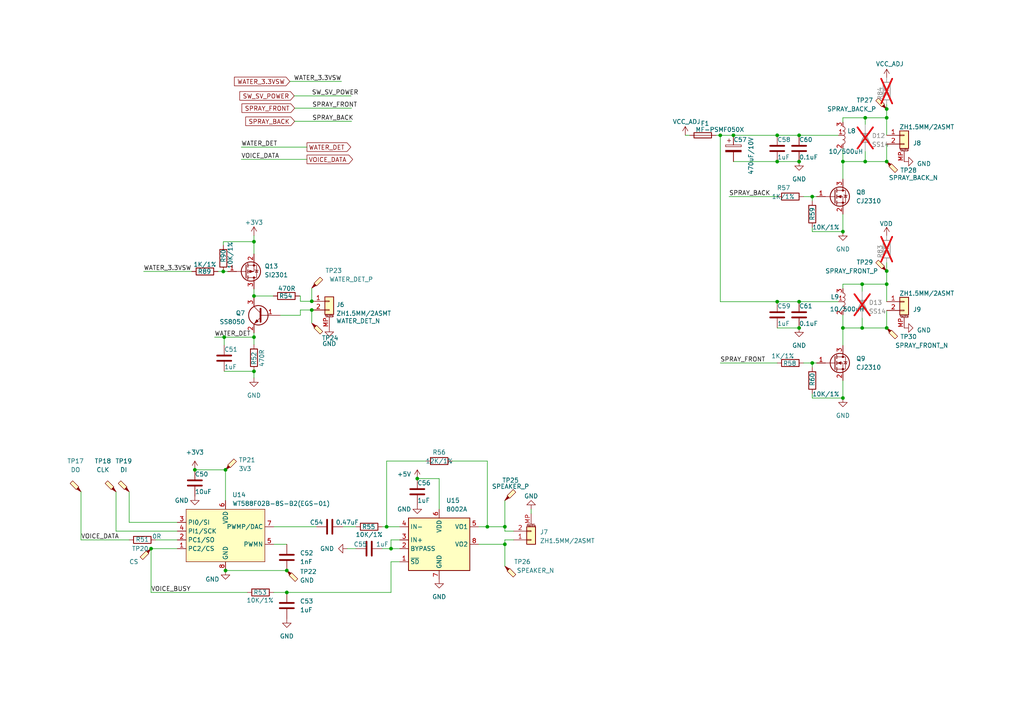
<source format=kicad_sch>
(kicad_sch (version 20231120) (generator "eeschema") (generator_version "8.0")
  (paper "A4")
  (title_block (company "Ovobot"))
  (lib_symbols
    (symbol "Connector:TestPoint_Probe" (pin_numbers hide) (pin_names (offset 0.762) hide)
      (property "Reference" "TP" (at 1.651 5.842 0))
      (property "Value" "TestPoint_Probe" (at 1.651 4.064 0))
      (symbol "TestPoint_Probe_0_1"
        (polyline (pts (xy 1.27 0.762) (xy 0 0) (xy 0.762 1.27) (xy 1.27 0.762)) (fill (type outline)))
        (polyline (pts (xy 1.397 0.635) (xy 0.635 1.397) (xy 2.413 3.175) (xy 3.175 2.413) (xy 1.397 0.635)) (fill (type background)))
      )
      (symbol "TestPoint_Probe_1_1"
        (pin passive line (at 0 0 90) (length 0) (name "1") (number "1"))
      )
    )
    (symbol "Connector_Generic_MountingPin:Conn_01x02_MountingPin" (pin_names (offset 1.016) hide)
      (property "Reference" "J" (at 0 2.54 0))
      (property "Value" "Conn_01x02_MountingPin" (at 1.27 -5.08 0))
      (symbol "Conn_01x02_MountingPin_1_1"
        (rectangle (start -1.27 -2.413) (end 0 -2.667) (stroke (width 0.1524)))
        (rectangle (start -1.27 0.127) (end 0 -0.127) (stroke (width 0.1524)))
        (rectangle (start -1.27 1.27) (end 1.27 -3.81) (stroke (width 0.254)) (fill (type background)))
        (polyline (pts (xy -1.016 -4.572) (xy 1.016 -4.572)) (stroke (width 0.1524)))
        (text "Mounting" (at 0 -4.191 0) (effects (font (size 0.381 0.381))))
        (pin passive line (at -5.08 0 0) (length 3.81) (name "Pin_1") (number "1"))
        (pin passive line (at -5.08 -2.54 0) (length 3.81) (name "Pin_2") (number "2"))
        (pin passive line (at 0 -7.62 90) (length 3.048) (name "MountPin") (number "MP"))
      )
    )
    (symbol "Device:C" (pin_numbers hide) (pin_names (offset 0.254))
      (property "Reference" "C" (at 0.635 2.54 0))
      (property "Value" "C" (at 0.635 -2.54 0))
      (symbol "C_0_1"
        (polyline (pts (xy -2.032 -0.762) (xy 2.032 -0.762)) (stroke (width 0.508)))
        (polyline (pts (xy -2.032 0.762) (xy 2.032 0.762)) (stroke (width 0.508)))
      )
      (symbol "C_1_1"
        (pin passive line (at 0 3.81 270) (length 2.794) (name "~") (number "1"))
        (pin passive line (at 0 -3.81 90) (length 2.794) (name "~") (number "2"))
      )
    )
    (symbol "Device:C_Polarized" (pin_numbers hide) (pin_names (offset 0.254))
      (property "Reference" "C" (at 0.635 2.54 0))
      (property "Value" "C_Polarized" (at 0.635 -2.54 0))
      (symbol "C_Polarized_0_1"
        (rectangle (start -2.286 0.508) (end 2.286 1.016))
        (polyline (pts (xy -1.778 2.286) (xy -0.762 2.286)))
        (polyline (pts (xy -1.27 2.794) (xy -1.27 1.778)))
        (rectangle (start 2.286 -0.508) (end -2.286 -1.016) (fill (type outline)))
      )
      (symbol "C_Polarized_1_1"
        (pin passive line (at 0 3.81 270) (length 2.794) (name "~") (number "1"))
        (pin passive line (at 0 -3.81 90) (length 2.794) (name "~") (number "2"))
      )
    )
    (symbol "Device:D" (pin_numbers hide) (pin_names (offset 1.016) hide)
      (property "Reference" "D" (at 0 2.54 0))
      (property "Value" "D" (at 0 -2.54 0))
      (symbol "D_0_1"
        (polyline (pts (xy -1.27 1.27) (xy -1.27 -1.27)) (stroke (width 0.254)))
        (polyline (pts (xy 1.27 0) (xy -1.27 0)))
        (polyline (pts (xy 1.27 1.27) (xy 1.27 -1.27) (xy -1.27 0) (xy 1.27 1.27)) (stroke (width 0.254)))
      )
      (symbol "D_1_1"
        (pin passive line (at -3.81 0 0) (length 2.54) (name "K") (number "1"))
        (pin passive line (at 3.81 0 180) (length 2.54) (name "A") (number "2"))
      )
    )
    (symbol "Device:Fuse" (pin_numbers hide) (pin_names (offset 0))
      (property "Reference" "F" (at 2.032 0 90))
      (property "Value" "Fuse" (at -1.905 0 90))
      (symbol "Fuse_0_1"
        (rectangle (start -0.762 -2.54) (end 0.762 2.54) (stroke (width 0.254)))
        (polyline (pts (xy 0 2.54) (xy 0 -2.54)))
      )
      (symbol "Fuse_1_1"
        (pin passive line (at 0 3.81 270) (length 1.27) (name "~") (number "1"))
        (pin passive line (at 0 -3.81 90) (length 1.27) (name "~") (number "2"))
      )
    )
    (symbol "Device:Q_NMOS_GSD" (pin_names (offset 0) hide)
      (property "Reference" "Q" (at 5.08 1.27 0))
      (property "Value" "Q_NMOS_GSD" (at 5.08 -1.27 0))
      (symbol "Q_NMOS_GSD_0_1"
        (polyline (pts (xy 0.254 0) (xy -2.54 0)))
        (polyline (pts (xy 0.254 1.905) (xy 0.254 -1.905)) (stroke (width 0.254)))
        (polyline (pts (xy 0.762 -1.27) (xy 0.762 -2.286)) (stroke (width 0.254)))
        (polyline (pts (xy 0.762 0.508) (xy 0.762 -0.508)) (stroke (width 0.254)))
        (polyline (pts (xy 0.762 2.286) (xy 0.762 1.27)) (stroke (width 0.254)))
        (polyline (pts (xy 2.54 2.54) (xy 2.54 1.778)))
        (polyline (pts (xy 2.54 -2.54) (xy 2.54 0) (xy 0.762 0)))
        (polyline (pts (xy 0.762 -1.778) (xy 3.302 -1.778) (xy 3.302 1.778) (xy 0.762 1.778)))
        (polyline (pts (xy 1.016 0) (xy 2.032 0.381) (xy 2.032 -0.381) (xy 1.016 0)) (fill (type outline)))
        (polyline (pts (xy 2.794 0.508) (xy 2.921 0.381) (xy 3.683 0.381) (xy 3.81 0.254)))
        (polyline (pts (xy 3.302 0.381) (xy 2.921 -0.254) (xy 3.683 -0.254) (xy 3.302 0.381)))
        (circle (center 1.651 0) (radius 2.794) (stroke (width 0.254)))
        (circle (center 2.54 -1.778) (radius 0.254) (fill (type outline)))
        (circle (center 2.54 1.778) (radius 0.254) (fill (type outline)))
      )
      (symbol "Q_NMOS_GSD_1_1"
        (pin input line (at -5.08 0 0) (length 2.54) (name "G") (number "1"))
        (pin passive line (at 2.54 -5.08 90) (length 2.54) (name "S") (number "2"))
        (pin passive line (at 2.54 5.08 270) (length 2.54) (name "D") (number "3"))
      )
    )
    (symbol "Device:Q_NPN_BEC" (pin_names (offset 0) hide)
      (property "Reference" "Q" (at 5.08 1.27 0))
      (property "Value" "Q_NPN_BEC" (at 5.08 -1.27 0))
      (symbol "Q_NPN_BEC_0_1"
        (polyline (pts (xy 0.635 0.635) (xy 2.54 2.54)))
        (polyline (pts (xy 0.635 -0.635) (xy 2.54 -2.54) (xy 2.54 -2.54)))
        (polyline (pts (xy 0.635 1.905) (xy 0.635 -1.905) (xy 0.635 -1.905)) (stroke (width 0.508)))
        (polyline (pts (xy 1.27 -1.778) (xy 1.778 -1.27) (xy 2.286 -2.286) (xy 1.27 -1.778) (xy 1.27 -1.778)) (fill (type outline)))
        (circle (center 1.27 0) (radius 2.8194) (stroke (width 0.254)))
      )
      (symbol "Q_NPN_BEC_1_1"
        (pin input line (at -5.08 0 0) (length 5.715) (name "B") (number "1"))
        (pin passive line (at 2.54 -5.08 90) (length 2.54) (name "E") (number "2"))
        (pin passive line (at 2.54 5.08 270) (length 2.54) (name "C") (number "3"))
      )
    )
    (symbol "Device:Q_PMOS_GSD" (pin_names (offset 0) hide)
      (property "Reference" "Q" (at 5.08 1.27 0))
      (property "Value" "Q_PMOS_GSD" (at 5.08 -1.27 0))
      (symbol "Q_PMOS_GSD_0_1"
        (polyline (pts (xy 0.254 0) (xy -2.54 0)))
        (polyline (pts (xy 0.254 1.905) (xy 0.254 -1.905)) (stroke (width 0.254)))
        (polyline (pts (xy 0.762 -1.27) (xy 0.762 -2.286)) (stroke (width 0.254)))
        (polyline (pts (xy 0.762 0.508) (xy 0.762 -0.508)) (stroke (width 0.254)))
        (polyline (pts (xy 0.762 2.286) (xy 0.762 1.27)) (stroke (width 0.254)))
        (polyline (pts (xy 2.54 2.54) (xy 2.54 1.778)))
        (polyline (pts (xy 2.54 -2.54) (xy 2.54 0) (xy 0.762 0)))
        (polyline (pts (xy 0.762 1.778) (xy 3.302 1.778) (xy 3.302 -1.778) (xy 0.762 -1.778)))
        (polyline (pts (xy 2.286 0) (xy 1.27 0.381) (xy 1.27 -0.381) (xy 2.286 0)) (fill (type outline)))
        (polyline (pts (xy 2.794 -0.508) (xy 2.921 -0.381) (xy 3.683 -0.381) (xy 3.81 -0.254)))
        (polyline (pts (xy 3.302 -0.381) (xy 2.921 0.254) (xy 3.683 0.254) (xy 3.302 -0.381)))
        (circle (center 1.651 0) (radius 2.794) (stroke (width 0.254)))
        (circle (center 2.54 -1.778) (radius 0.254) (fill (type outline)))
        (circle (center 2.54 1.778) (radius 0.254) (fill (type outline)))
      )
      (symbol "Q_PMOS_GSD_1_1"
        (pin input line (at -5.08 0 0) (length 2.54) (name "G") (number "1"))
        (pin passive line (at 2.54 -5.08 90) (length 2.54) (name "S") (number "2"))
        (pin passive line (at 2.54 5.08 270) (length 2.54) (name "D") (number "3"))
      )
    )
    (symbol "Device:R" (pin_numbers hide) (pin_names (offset 0))
      (property "Reference" "R" (at 2.032 0 90))
      (property "Value" "R" (at 0 0 90))
      (symbol "R_0_1"
        (rectangle (start -1.016 -2.54) (end 1.016 2.54) (stroke (width 0.254)))
      )
      (symbol "R_1_1"
        (pin passive line (at 0 3.81 270) (length 1.27) (name "~") (number "1"))
        (pin passive line (at 0 -3.81 90) (length 1.27) (name "~") (number "2"))
      )
    )
    (symbol "GND_5" (power) (pin_names (offset 0))
      (property "Value" "GND_5" (at 0 -3.81 0))
      (symbol "GND_5_0_1"
        (polyline (pts (xy 0 0) (xy 0 -1.27) (xy 1.27 -1.27) (xy 0 -2.54) (xy -1.27 -1.27) (xy 0 -1.27)))
      )
      (symbol "GND_5_1_1"
        (pin power_in line (at 0 0 270) (length 0) hide (name "GND") (number "1"))
      )
    )
    (symbol "Ovo_Amplifier:8002A"
      (property "Reference" "U" (at -8.89 11.43 0))
      (property "Value" "8002A" (at -8.89 8.89 0))
      (symbol "8002A_0_1"
        (rectangle (start -8.89 7.62) (end 8.89 -7.62) (stroke (width 0.254)) (fill (type background)))
      )
      (symbol "8002A_1_1"
        (pin input line (at -11.43 -5.08 0) (length 2.54) (name "~{SD}") (number "1"))
        (pin input line (at -11.43 -1.27 0) (length 2.54) (name "BYPASS") (number "2"))
        (pin input line (at -11.43 1.27 0) (length 2.54) (name "IN+") (number "3"))
        (pin input line (at -11.43 5.08 0) (length 2.54) (name "IN-") (number "4"))
        (pin output line (at 11.43 5.08 180) (length 2.54) (name "VO1") (number "5"))
        (pin power_in line (at 0 10.16 270) (length 2.54) (name "VDD") (number "6"))
        (pin power_in line (at 0 -10.16 90) (length 2.54) (name "GND") (number "7"))
        (pin output line (at 11.43 0 180) (length 2.54) (name "VO2") (number "8"))
      )
    )
    (symbol "Ovo_Audio:WT588F02B-8S"
      (property "Reference" "U" (at 3.81 11.43 0))
      (property "Value" "WT588F02B-8S" (at 10.16 8.89 0))
      (symbol "WT588F02B-8S_0_1"
        (rectangle (start -11.43 7.62) (end 11.43 -7.62) (fill (type background)))
      )
      (symbol "WT588F02B-8S_1_1"
        (pin bidirectional line (at -13.97 -3.81 0) (length 2.54) (name "PC2/CS") (number "1"))
        (pin bidirectional line (at -13.97 -1.27 0) (length 2.54) (name "PC1/SO") (number "2"))
        (pin bidirectional line (at -13.97 3.81 0) (length 2.54) (name "PI0/SI") (number "3"))
        (pin bidirectional line (at -13.97 1.27 0) (length 2.54) (name "PI1/SCK") (number "4"))
        (pin output line (at 13.97 -2.54 180) (length 2.54) (name "PWMN") (number "5"))
        (pin power_in line (at 0 10.16 270) (length 2.54) (name "VDD") (number "6"))
        (pin output line (at 13.97 2.54 180) (length 2.54) (name "PWMP/DAC") (number "7"))
        (pin power_in line (at 0 -10.16 90) (length 2.54) (name "GND") (number "8"))
      )
    )
    (symbol "Ovo_Device:L_Coupled_1213" (pin_names hide)
      (property "Reference" "L" (at 2.54 2.54 0))
      (property "Value" "L_Coupled_1213" (at 10.16 0 0))
      (symbol "L_Coupled_1213_0_1"
        (arc (start 0 -2.54) (mid 0.6323 -1.905) (end 0 -1.27))
        (arc (start 0 -1.27) (mid 0.6323 -0.635) (end 0 0))
        (arc (start 0 0) (mid 0.6323 0.635) (end 0 1.27))
        (arc (start 0 1.27) (mid 0.6323 1.905) (end 0 2.54))
      )
      (symbol "L_Coupled_1213_1_1"
        (pin passive line (at -1.27 0 0) (length 1.27) (name "1") (number "1"))
        (pin passive line (at 0 -3.81 90) (length 1.27) (name "2") (number "2"))
        (pin passive line (at 0 3.81 270) (length 1.27) (name "3") (number "3"))
      )
    )
    (symbol "power:+3V3" (power) (pin_names (offset 0))
      (property "Value" "+3V3" (at 0 3.556 0))
      (symbol "+3V3_0_1"
        (polyline (pts (xy -0.762 1.27) (xy 0 2.54)))
        (polyline (pts (xy 0 0) (xy 0 2.54)))
        (polyline (pts (xy 0 2.54) (xy 0.762 1.27)))
      )
      (symbol "+3V3_1_1"
        (pin power_in line (at 0 0 90) (length 0) hide (name "+3V3") (number "1"))
      )
    )
    (symbol "power:+5V" (power) (pin_names (offset 0))
      (property "Value" "+5V" (at 0 3.556 0))
      (symbol "+5V_0_1"
        (polyline (pts (xy -0.762 1.27) (xy 0 2.54)))
        (polyline (pts (xy 0 0) (xy 0 2.54)))
        (polyline (pts (xy 0 2.54) (xy 0.762 1.27)))
      )
      (symbol "+5V_1_1"
        (pin power_in line (at 0 0 90) (length 0) hide (name "+5V") (number "1"))
      )
    )
    (symbol "power:+6V" (power) (pin_names (offset 0))
      (property "Value" "+6V" (at 0 3.556 0))
      (symbol "+6V_0_1"
        (polyline (pts (xy -0.762 1.27) (xy 0 2.54)))
        (polyline (pts (xy 0 0) (xy 0 2.54)))
        (polyline (pts (xy 0 2.54) (xy 0.762 1.27)))
      )
      (symbol "+6V_1_1"
        (pin power_in line (at 0 0 90) (length 0) hide (name "+6V") (number "1"))
      )
    )
    (symbol "power:GND" (power) (pin_names (offset 0))
      (property "Value" "GND" (at 0 -3.81 0))
      (symbol "GND_0_1"
        (polyline (pts (xy 0 0) (xy 0 -1.27) (xy 1.27 -1.27) (xy 0 -2.54) (xy -1.27 -1.27) (xy 0 -1.27)))
      )
      (symbol "GND_1_1"
        (pin power_in line (at 0 0 270) (length 0) hide (name "GND") (number "1"))
      )
    )
    (symbol "power:VDD" (power) (pin_names (offset 0))
      (property "Value" "VDD" (at 0 3.81 0))
      (symbol "VDD_0_1"
        (polyline (pts (xy -0.762 1.27) (xy 0 2.54)))
        (polyline (pts (xy 0 0) (xy 0 2.54)))
        (polyline (pts (xy 0 2.54) (xy 0.762 1.27)))
      )
      (symbol "VDD_1_1"
        (pin power_in line (at 0 0 90) (length 0) hide (name "VDD") (number "1"))
      )
    )
  )
  (junction (at 64.77 78.74))
  (junction (at 83.185 171.831))
  (junction (at 257.175 78.613))
  (junction (at 257.175 46.863))
  (junction (at 257.175 31.623))
  (junction (at 90.424 89.916))
  (junction (at 208.915 39.243))
  (junction (at 43.815 159.131))
  (junction (at 83.185 165.481))
  (junction (at 250.063 95.123))
  (junction (at 212.725 39.243))
  (junction (at 73.66 107.696))
  (junction (at 250.063 82.423))
  (junction (at 244.475 115.443))
  (junction (at 225.425 46.863))
  (junction (at 231.775 95.123))
  (junction (at 73.66 97.79))
  (junction (at 65.024 97.79))
  (junction (at 235.585 105.283))
  (junction (at 73.66 70.104))
  (junction (at 90.424 87.376))
  (junction (at 257.175 95.123))
  (junction (at 65.405 165.481))
  (junction (at 56.515 136.271))
  (junction (at 146.431 157.861))
  (junction (at 141.351 152.781))
  (junction (at 250.952 34.163))
  (junction (at 113.411 159.131))
  (junction (at 73.66 85.852))
  (junction (at 65.405 136.271))
  (junction (at 225.425 87.503))
  (junction (at 235.585 57.023))
  (junction (at 244.475 46.863))
  (junction (at 257.175 34.163))
  (junction (at 146.431 152.781))
  (junction (at 112.141 152.781))
  (junction (at 244.475 95.123))
  (junction (at 231.775 39.243))
  (junction (at 231.775 46.863))
  (junction (at 244.475 67.183))
  (junction (at 250.952 46.863))
  (junction (at 257.175 82.423))
  (junction (at 225.425 39.243))
  (junction (at 121.031 138.811))
  (junction (at 231.775 87.503))
  (wire (pts (xy 225.425 46.863) (xy 231.775 46.863)))
  (wire (pts (xy 87.122 87.376) (xy 87.122 85.852)))
  (wire (pts (xy 121.031 138.811) (xy 127.381 138.811)))
  (wire (pts (xy 69.977 42.672) (xy 89.027 42.672)))
  (wire (pts (xy 244.475 91.313) (xy 244.475 95.123)))
  (wire (pts (xy 110.871 152.781) (xy 112.141 152.781)))
  (wire (pts (xy 257.175 76.073) (xy 257.175 78.613)))
  (wire (pts (xy 113.411 171.831) (xy 83.185 171.831)))
  (wire (pts (xy 233.045 57.023) (xy 235.585 57.023)))
  (wire (pts (xy 79.248 85.852) (xy 73.66 85.852)))
  (wire (pts (xy 244.475 82.423) (xy 250.063 82.423)))
  (wire (pts (xy 87.122 85.852) (xy 86.868 85.852)))
  (wire (pts (xy 85.471 35.179) (xy 101.981 35.179)))
  (wire (pts (xy 79.375 152.781) (xy 91.821 152.781)))
  (wire (pts (xy 113.411 162.941) (xy 115.951 162.941)))
  (wire (pts (xy 65.024 107.696) (xy 73.66 107.696)))
  (wire (pts (xy 207.645 39.243) (xy 208.915 39.243)))
  (wire (pts (xy 257.175 95.123) (xy 250.063 95.123)))
  (wire (pts (xy 146.431 154.051) (xy 148.971 154.051)))
  (wire (pts (xy 64.77 70.104) (xy 73.66 70.104)))
  (wire (pts (xy 244.475 115.443) (xy 244.475 110.363)))
  (wire (pts (xy 65.405 136.271) (xy 65.405 145.161)))
  (wire (pts (xy 225.425 39.243) (xy 231.775 39.243)))
  (wire (pts (xy 112.141 133.731) (xy 112.141 152.781)))
  (wire (pts (xy 244.475 34.163) (xy 244.475 35.433)))
  (wire (pts (xy 113.411 156.591) (xy 113.411 159.131)))
  (wire (pts (xy 113.411 159.131) (xy 115.951 159.131)))
  (wire (pts (xy 250.063 82.423) (xy 257.175 82.423)))
  (wire (pts (xy 235.585 115.443) (xy 235.585 114.173)))
  (wire (pts (xy 65.405 165.481) (xy 83.185 165.481)))
  (wire (pts (xy 73.66 68.326) (xy 73.66 70.104)))
  (wire (pts (xy 73.66 96.52) (xy 73.66 97.79)))
  (wire (pts (xy 146.431 154.051) (xy 146.431 152.781)))
  (wire (pts (xy 225.425 87.503) (xy 231.775 87.503)))
  (wire (pts (xy 127.381 138.811) (xy 127.381 147.701)))
  (wire (pts (xy 45.085 156.591) (xy 51.435 156.591)))
  (wire (pts (xy 212.725 39.243) (xy 225.425 39.243)))
  (wire (pts (xy 233.045 105.283) (xy 235.585 105.283)))
  (wire (pts (xy 123.571 133.731) (xy 112.141 133.731)))
  (wire (pts (xy 23.495 142.621) (xy 23.495 156.591)))
  (wire (pts (xy 146.431 157.861) (xy 146.431 156.591)))
  (wire (pts (xy 257.175 41.783) (xy 257.175 46.863)))
  (wire (pts (xy 115.951 156.591) (xy 113.411 156.591)))
  (wire (pts (xy 79.375 171.831) (xy 83.185 171.831)))
  (wire (pts (xy 103.251 159.131) (xy 100.711 159.131)))
  (wire (pts (xy 244.475 34.163) (xy 250.952 34.163)))
  (wire (pts (xy 73.66 97.79) (xy 73.66 99.949)))
  (wire (pts (xy 23.495 156.591) (xy 37.465 156.591)))
  (wire (pts (xy 73.66 107.696) (xy 73.66 109.601)))
  (wire (pts (xy 90.424 83.566) (xy 90.424 87.376)))
  (wire (pts (xy 73.66 85.852) (xy 73.66 86.36)))
  (wire (pts (xy 231.775 39.243) (xy 243.205 39.243)))
  (wire (pts (xy 257.175 31.623) (xy 257.175 34.163)))
  (wire (pts (xy 84.074 23.622) (xy 99.06 23.622)))
  (wire (pts (xy 141.351 152.781) (xy 138.811 152.781)))
  (wire (pts (xy 250.063 95.123) (xy 244.475 95.123)))
  (wire (pts (xy 131.191 133.731) (xy 141.351 133.731)))
  (wire (pts (xy 71.755 171.831) (xy 43.815 171.831)))
  (wire (pts (xy 244.475 115.443) (xy 235.585 115.443)))
  (wire (pts (xy 235.585 105.283) (xy 236.855 105.283)))
  (wire (pts (xy 244.475 46.863) (xy 244.475 51.943)))
  (wire (pts (xy 87.122 91.44) (xy 81.28 91.44)))
  (wire (pts (xy 257.175 78.613) (xy 257.175 82.423)))
  (wire (pts (xy 146.431 145.161) (xy 146.431 152.781)))
  (wire (pts (xy 65.024 100.076) (xy 65.024 97.79)))
  (wire (pts (xy 212.725 46.863) (xy 225.425 46.863)))
  (wire (pts (xy 250.952 34.163) (xy 257.175 34.163)))
  (wire (pts (xy 257.175 82.423) (xy 257.175 87.503)))
  (wire (pts (xy 211.455 57.023) (xy 225.425 57.023)))
  (wire (pts (xy 87.122 89.916) (xy 90.424 89.916)))
  (wire (pts (xy 235.585 57.023) (xy 235.585 58.293)))
  (wire (pts (xy 244.475 43.053) (xy 244.475 46.863)))
  (wire (pts (xy 257.175 90.043) (xy 257.175 95.123)))
  (wire (pts (xy 110.871 159.131) (xy 113.411 159.131)))
  (wire (pts (xy 69.977 46.228) (xy 89.027 46.228)))
  (wire (pts (xy 43.815 171.831) (xy 43.815 159.131)))
  (wire (pts (xy 41.656 78.74) (xy 55.626 78.74)))
  (wire (pts (xy 250.952 46.863) (xy 244.475 46.863)))
  (wire (pts (xy 208.915 39.243) (xy 212.725 39.243)))
  (wire (pts (xy 250.063 92.202) (xy 250.063 95.123)))
  (wire (pts (xy 146.431 157.861) (xy 146.431 164.211)))
  (wire (pts (xy 99.441 152.781) (xy 103.251 152.781)))
  (wire (pts (xy 154.051 148.971) (xy 154.051 147.701)))
  (wire (pts (xy 37.465 142.621) (xy 37.465 151.511)))
  (wire (pts (xy 235.585 57.023) (xy 236.855 57.023)))
  (wire (pts (xy 65.024 97.79) (xy 73.66 97.79)))
  (wire (pts (xy 208.915 39.243) (xy 208.915 87.503)))
  (wire (pts (xy 43.815 159.131) (xy 51.435 159.131)))
  (wire (pts (xy 244.475 67.183) (xy 244.475 62.103)))
  (wire (pts (xy 64.77 78.74) (xy 66.04 78.74)))
  (wire (pts (xy 90.424 87.376) (xy 87.122 87.376)))
  (wire (pts (xy 90.424 89.916) (xy 90.424 93.726)))
  (wire (pts (xy 257.175 30.226) (xy 257.175 31.623)))
  (wire (pts (xy 244.475 95.123) (xy 244.475 100.203)))
  (wire (pts (xy 85.471 31.369) (xy 101.981 31.369)))
  (wire (pts (xy 112.141 152.781) (xy 115.951 152.781)))
  (wire (pts (xy 73.66 83.82) (xy 73.66 85.852)))
  (wire (pts (xy 73.66 70.104) (xy 73.66 73.66)))
  (wire (pts (xy 63.246 78.74) (xy 64.77 78.74)))
  (wire (pts (xy 33.655 154.051) (xy 51.435 154.051)))
  (wire (pts (xy 83.185 157.861) (xy 79.375 157.861)))
  (wire (pts (xy 250.952 43.815) (xy 250.952 46.863)))
  (wire (pts (xy 244.475 67.183) (xy 235.585 67.183)))
  (wire (pts (xy 141.351 133.731) (xy 141.351 152.781)))
  (wire (pts (xy 244.475 82.423) (xy 244.475 83.693)))
  (wire (pts (xy 113.411 171.831) (xy 113.411 162.941)))
  (wire (pts (xy 73.66 107.569) (xy 73.66 107.696)))
  (wire (pts (xy 37.465 151.511) (xy 51.435 151.511)))
  (wire (pts (xy 141.351 152.781) (xy 146.431 152.781)))
  (wire (pts (xy 56.515 136.271) (xy 65.405 136.271)))
  (wire (pts (xy 146.431 156.591) (xy 148.971 156.591)))
  (wire (pts (xy 208.915 105.283) (xy 225.425 105.283)))
  (wire (pts (xy 235.585 105.283) (xy 235.585 106.553)))
  (wire (pts (xy 225.425 95.123) (xy 231.775 95.123)))
  (wire (pts (xy 33.655 142.621) (xy 33.655 154.051)))
  (wire (pts (xy 257.175 34.163) (xy 257.175 39.243)))
  (wire (pts (xy 138.811 157.861) (xy 146.431 157.861)))
  (wire (pts (xy 198.755 39.243) (xy 200.025 39.243)))
  (wire (pts (xy 62.23 97.79) (xy 65.024 97.79)))
  (wire (pts (xy 64.77 71.12) (xy 64.77 70.104)))
  (wire (pts (xy 231.775 87.503) (xy 243.205 87.503)))
  (wire (pts (xy 250.952 34.163) (xy 250.952 36.195)))
  (wire (pts (xy 85.344 27.813) (xy 101.854 27.813)))
  (wire (pts (xy 208.915 87.503) (xy 225.425 87.503)))
  (wire (pts (xy 250.063 84.582) (xy 250.063 82.423)))
  (wire (pts (xy 87.122 89.916) (xy 87.122 91.44)))
  (wire (pts (xy 257.175 46.863) (xy 250.952 46.863)))
  (wire (pts (xy 235.585 67.183) (xy 235.585 65.913)))
  (label "SPRAY_BACK" (at 211.455 57.023 0))
  (label "VOICE_BUSY" (at 43.815 171.831 0))
  (label "WATER_DET" (at 69.977 42.672 0))
  (label "WATER_3.3VSW" (at 99.06 23.622 180))
  (label "VOICE_DATA" (at 23.495 156.591 0))
  (label "SW_SV_POWER" (at 90.424 27.813 0))
  (label "WATER_3.3VSW" (at 41.656 78.74 0))
  (label "SPRAY_FRONT" (at 90.551 31.369 0))
  (label "WATER_DET" (at 62.23 97.79 0))
  (label "VOICE_DATA" (at 69.977 46.228 0))
  (label "SPRAY_BACK" (at 90.551 35.179 0))
  (label "SPRAY_FRONT" (at 208.915 105.283 0))
  (global_label "WATER_DET" (shape output) (at 89.027 42.672 0) (property "Intersheetrefs" "${INTERSHEET_REFS}" (effects (hide yes))))
  (global_label "SPRAY_FRONT" (shape input) (at 85.471 31.369 180) (property "Intersheetrefs" "${INTERSHEET_REFS}" (effects (hide yes))))
  (global_label "WATER_3.3VSW" (shape input) (at 84.074 23.622 180) (property "Intersheetrefs" "${INTERSHEET_REFS}" (effects (hide yes))))
  (global_label "SW_SV_POWER" (shape input) (at 85.344 27.813 180) (property "Intersheetrefs" "${INTERSHEET_REFS}" (effects (hide yes))))
  (global_label "VOICE_DATA" (shape output) (at 89.027 46.228 0) (property "Intersheetrefs" "${INTERSHEET_REFS}" (effects (hide yes))))
  (global_label "SPRAY_BACK" (shape input) (at 85.471 35.179 180) (property "Intersheetrefs" "${INTERSHEET_REFS}" (effects (hide yes))))
  (symbol (lib_id "Connector:TestPoint_Probe") (at 257.175 31.623 90) (unit 1)
    (property "Reference" "TP27" (at 250.825 29.083 90))
    (property "Value" "SPRAY_BACK_P" (at 247.015 31.623 90))
    (property "Footprint" "TestPoint:TestPoint_Pad_D1.0mm" (effects (hide yes)))
  )
  (symbol (lib_id "power:GND") (at 83.185 179.451 0) (unit 1)
    (property "Reference" "#PWR095" (effects (hide yes)))
    (property "Value" "GND" (at 83.185 184.531 0))
  )
  (symbol (lib_id "power:GND") (at 56.515 143.891 0) (unit 1)
    (property "Reference" "#PWR091" (effects (hide yes)))
    (property "Value" "GND" (at 52.705 145.161 0))
  )
  (symbol (lib_id "Connector:TestPoint_Probe") (at 33.655 142.621 90) (unit 1)
    (property "Reference" "TP18" (at 29.845 133.731 90))
    (property "Value" "CLK" (at 29.845 136.271 90))
    (property "Footprint" "TestPoint:TestPoint_Pad_D1.0mm" (effects (hide yes)))
  )
  (symbol (lib_id "Device:Q_NPN_BEC") (at 76.2 91.44 0) (mirror y) (unit 1)
    (property "Reference" "Q7" (at 71.12 90.805 0) (effects (justify left)))
    (property "Value" "SS8050" (at 71.12 93.345 0) (effects (justify left)))
    (property "Footprint" "Package_TO_SOT_SMD:SOT-23" (effects (hide yes)))
  )
  (symbol (lib_id "power:VDD") (at 257.175 68.453 0) (unit 1)
    (property "Reference" "#PWR018" (effects (hide yes)))
    (property "Value" "VDD" (at 257.048 64.897 0))
  )
  (symbol (lib_id "Device:R") (at 257.175 26.416 180) (unit 1) (dnp yes)
    (property "Reference" "R84" (at 255.27 25.146 90) (effects (justify left)))
    (property "Value" "0R" (at 257.175 25.146 90) (effects (justify left)))
    (property "Footprint" "Resistor_SMD:R_0603_1608Metric" (effects (hide yes)))
  )
  (symbol (lib_id "Device:C") (at 95.631 152.781 90) (unit 1)
    (property "Reference" "C54" (at 91.821 151.511 90))
    (property "Value" "0.47uF" (at 100.711 151.511 90))
    (property "Footprint" "Capacitor_SMD:C_0603_1608Metric" (effects (hide yes)))
  )
  (symbol (lib_id "power:+6V") (at 257.175 22.606 0) (unit 1)
    (property "Reference" "#PWR0137" (effects (hide yes)))
    (property "Value" "VCC_ADJ" (at 254 18.542 0) (effects (justify left)))
  )
  (symbol (lib_id "power:GND") (at 127.381 168.021 0) (unit 1)
    (property "Reference" "#PWR0100" (effects (hide yes)))
    (property "Value" "GND" (at 127.381 173.101 0))
  )
  (symbol (lib_id "Device:C") (at 56.515 140.081 0) (unit 1)
    (property "Reference" "C50" (at 56.515 137.541 0) (effects (justify left)))
    (property "Value" "10uF" (at 56.515 142.621 0) (effects (justify left)))
    (property "Footprint" "Capacitor_SMD:C_0603_1608Metric" (effects (hide yes)))
  )
  (symbol (lib_id "power:+6V") (at 198.755 39.243 0) (unit 1)
    (property "Reference" "#PWR0102" (effects (hide yes)))
    (property "Value" "VCC_ADJ" (at 195.072 35.306 0) (effects (justify left)))
  )
  (symbol (lib_id "Device:D") (at 250.063 88.392 270) (unit 1) (dnp yes)
    (property "Reference" "D13" (at 251.968 87.757 90) (effects (justify left)))
    (property "Value" "SS14" (at 251.968 90.297 90) (effects (justify left)))
    (property "Footprint" "Diode_SMD:D_SOD-123" (effects (hide yes)))
  )
  (symbol (lib_id "Connector:TestPoint_Probe") (at 90.424 93.726 270) (unit 1)
    (property "Reference" "TP24" (at 95.758 98.044 90))
    (property "Value" "WATER_DET_N" (at 103.886 93.091 90))
    (property "Footprint" "TestPoint:TestPoint_Pad_D1.0mm" (effects (hide yes)))
  )
  (symbol (lib_id "Device:R") (at 235.585 62.103 0) (unit 1)
    (property "Reference" "R59" (at 235.585 64.008 90) (effects (justify left)))
    (property "Value" "10K/1%" (at 235.585 65.913 0) (effects (justify left)))
    (property "Footprint" "Resistor_SMD:R_0603_1608Metric" (effects (hide yes)))
  )
  (symbol (lib_id "Connector:TestPoint_Probe") (at 43.815 159.131 180) (unit 1)
    (property "Reference" "TP20" (at 38.227 159.131 0) (effects (justify right)))
    (property "Value" "CS" (at 37.465 162.941 0) (effects (justify right)))
    (property "Footprint" "TestPoint:TestPoint_Pad_D1.0mm" (effects (hide yes)))
  )
  (symbol (lib_id "Device:R") (at 229.235 57.023 90) (unit 1)
    (property "Reference" "R57" (at 229.235 54.483 90) (effects (justify left)))
    (property "Value" "1K/1%" (at 230.505 57.023 90) (effects (justify left)))
    (property "Footprint" "Resistor_SMD:R_0603_1608Metric" (effects (hide yes)))
  )
  (symbol (lib_id "Device:R") (at 41.275 156.591 90) (unit 1)
    (property "Reference" "R51" (at 41.275 156.464 90))
    (property "Value" "0R" (at 45.466 155.575 90))
    (property "Footprint" "Resistor_SMD:R_0603_1608Metric" (effects (hide yes)))
  )
  (symbol (lib_id "Connector:TestPoint_Probe") (at 146.431 164.211 270) (unit 1)
    (property "Reference" "TP26" (at 151.511 162.941 90))
    (property "Value" "SPEAKER_N" (at 155.321 165.481 90))
    (property "Footprint" "TestPoint:TestPoint_Pad_D1.0mm" (effects (hide yes)))
  )
  (symbol (lib_id "Device:D") (at 250.952 40.005 270) (unit 1) (dnp yes)
    (property "Reference" "D12" (at 252.857 39.37 90) (effects (justify left)))
    (property "Value" "SS14" (at 252.857 41.91 90) (effects (justify left)))
    (property "Footprint" "Diode_SMD:D_SOD-123" (effects (hide yes)))
  )
  (symbol (lib_id "Connector:TestPoint_Probe") (at 90.424 83.566 0) (unit 1)
    (property "Reference" "TP23" (at 96.774 78.486 0))
    (property "Value" "WATER_DET_P" (at 101.854 81.026 0))
    (property "Footprint" "TestPoint:TestPoint_Pad_D1.0mm" (effects (hide yes)))
  )
  (symbol (lib_id "power:GND") (at 73.66 109.601 0) (unit 1)
    (property "Reference" "#PWR093" (effects (hide yes)))
    (property "Value" "GND" (at 73.66 114.681 0))
  )
  (symbol (lib_id "power:GND") (at 262.255 46.863 90) (unit 1)
    (property "Reference" "#PWR0107" (effects (hide yes)))
    (property "Value" "GND" (at 265.938 47.498 90) (effects (justify right)))
  )
  (symbol (lib_id "Device:C") (at 231.775 43.053 0) (unit 1)
    (property "Reference" "C60" (at 231.775 40.513 0) (effects (justify left)))
    (property "Value" "0.1uF" (at 231.775 45.593 0) (effects (justify left)))
    (property "Footprint" "Capacitor_SMD:C_0603_1608Metric" (effects (hide yes)))
  )
  (symbol (lib_id "Ovo_Device:L_Coupled_1213") (at 244.475 39.243 0) (unit 1)
    (property "Reference" "L8" (at 245.745 37.9729 0) (effects (justify left)))
    (property "Value" "10/500uH" (at 240.284 43.942 0) (effects (justify left)))
    (property "Footprint" "Ovo_Inductor_Boost:L_WLJ_CD0805" (effects (hide yes)))
  )
  (symbol (lib_id "Connector_Generic_MountingPin:Conn_01x02_MountingPin") (at 95.504 87.376 0) (unit 1)
    (property "Reference" "J6" (at 97.536 88.3666 0) (effects (justify left)))
    (property "Value" "ZH1.5MM/2ASMT" (at 97.536 90.9066 0) (effects (justify left)))
    (property "Footprint" "Ovo_Connector_JST:JST_ZH_B2B-ZR-SM4-TF_1x02-1MP_P1.50mm_Vertical" (effects (hide yes)))
  )
  (symbol (lib_id "Connector_Generic_MountingPin:Conn_01x02_MountingPin") (at 262.255 39.243 0) (unit 1)
    (property "Reference" "J8" (at 264.795 41.5036 0) (effects (justify left)))
    (property "Value" "ZH1.5MM/2ASMT" (at 260.858 36.83 0) (effects (justify left)))
    (property "Footprint" "Ovo_Connector_JST:JST_ZH_B2B-ZR-SM4-TF_1x02-1MP_P1.50mm_Vertical" (effects (hide yes)))
  )
  (symbol (lib_id "Device:C") (at 83.185 175.641 0) (unit 1)
    (property "Reference" "C53" (at 86.995 174.3709 0) (effects (justify left)))
    (property "Value" "1uF" (at 86.995 176.9109 0) (effects (justify left)))
    (property "Footprint" "Capacitor_SMD:C_0603_1608Metric" (effects (hide yes)))
  )
  (symbol (lib_id "Ovo_Amplifier:8002A") (at 127.381 157.861 0) (unit 1)
    (property "Reference" "U15" (at 129.4004 145.161 0) (effects (justify left)))
    (property "Value" "8002A" (at 129.4004 147.701 0) (effects (justify left)))
    (property "Footprint" "Package_SO:SOIC-8_3.9x4.9mm_P1.27mm" (effects (hide yes)))
    (property "Datasheet" "https://atta.szlcsc.com/upload/public/pdf/source/20170211/1486785664274.pdf" (effects (hide yes)))
  )
  (symbol (lib_id "power:GND") (at 262.255 95.123 90) (unit 1)
    (property "Reference" "#PWR0108" (effects (hide yes)))
    (property "Value" "GND" (at 265.938 95.758 90) (effects (justify right)))
  )
  (symbol (lib_id "Ovo_Audio:WT588F02B-8S") (at 65.405 155.321 0) (unit 1)
    (property "Reference" "U14" (at 67.3609 143.51 0) (effects (justify left)))
    (property "Value" "WT588F02B-8S-B2(EGS-01)" (at 67.3609 146.05 0) (effects (justify left)))
    (property "Footprint" "Package_SO:SOIC-8_3.9x4.9mm_P1.27mm" (effects (hide yes)))
  )
  (symbol (lib_id "Ovo_Device:L_Coupled_1213") (at 244.475 87.503 0) (unit 1)
    (property "Reference" "L9" (at 240.919 86.106 0) (effects (justify left)))
    (property "Value" "10/500uH" (at 240.665 89.662 0) (effects (justify left)))
    (property "Footprint" "Ovo_Inductor_Boost:L_WLJ_CD0805" (effects (hide yes)))
  )
  (symbol (lib_id "Device:R") (at 257.175 72.263 180) (unit 1) (dnp yes)
    (property "Reference" "R83" (at 255.27 70.993 90) (effects (justify left)))
    (property "Value" "0R" (at 257.175 70.993 90) (effects (justify left)))
    (property "Footprint" "Resistor_SMD:R_0603_1608Metric" (effects (hide yes)))
  )
  (symbol (lib_id "Connector:TestPoint_Probe") (at 257.175 46.863 270) (unit 1)
    (property "Reference" "TP28" (at 263.525 49.403 90))
    (property "Value" "SPRAY_BACK_N" (at 264.922 51.562 90))
    (property "Footprint" "TestPoint:TestPoint_Pad_D1.0mm" (effects (hide yes)))
  )
  (symbol (lib_id "Connector_Generic_MountingPin:Conn_01x02_MountingPin") (at 262.255 87.503 0) (unit 1)
    (property "Reference" "J9" (at 264.795 89.7636 0) (effects (justify left)))
    (property "Value" "ZH1.5MM/2ASMT" (at 260.858 85.09 0) (effects (justify left)))
    (property "Footprint" "Ovo_Connector_JST:JST_ZH_B2B-ZR-SM4-TF_1x02-1MP_P1.50mm_Vertical" (effects (hide yes)))
  )
  (symbol (lib_id "power:GND") (at 231.775 46.863 0) (unit 1)
    (property "Reference" "#PWR0103" (effects (hide yes)))
    (property "Value" "GND" (at 231.775 51.943 0))
  )
  (symbol (lib_id "Device:R") (at 83.058 85.852 90) (unit 1)
    (property "Reference" "R54" (at 84.836 85.852 90) (effects (justify left)))
    (property "Value" "470R" (at 85.725 83.693 90) (effects (justify left)))
    (property "Footprint" "Resistor_SMD:R_0603_1608Metric" (effects (hide yes)))
  )
  (symbol (lib_id "power:+3V3") (at 56.515 136.271 0) (unit 1)
    (property "Reference" "#PWR090" (effects (hide yes)))
    (property "Value" "+3V3" (at 56.515 131.191 0))
  )
  (symbol (lib_id "Connector:TestPoint_Probe") (at 257.175 78.613 90) (unit 1)
    (property "Reference" "TP29" (at 250.825 76.073 90))
    (property "Value" "SPRAY_FRONT_P" (at 247.015 78.613 90))
    (property "Footprint" "TestPoint:TestPoint_Pad_D1.0mm" (effects (hide yes)))
  )
  (symbol (lib_id "Device:C") (at 225.425 43.053 0) (unit 1)
    (property "Reference" "C58" (at 225.425 40.513 0) (effects (justify left)))
    (property "Value" "1uF" (at 225.425 45.593 0) (effects (justify left)))
    (property "Footprint" "Capacitor_SMD:C_0603_1608Metric" (effects (hide yes)))
  )
  (symbol (lib_id "Device:C") (at 231.775 91.313 0) (unit 1)
    (property "Reference" "C61" (at 231.775 88.773 0) (effects (justify left)))
    (property "Value" "0.1uF" (at 231.775 93.853 0) (effects (justify left)))
    (property "Footprint" "Capacitor_SMD:C_0603_1608Metric" (effects (hide yes)))
  )
  (symbol (lib_id "power:GND") (at 95.504 94.996 0) (unit 1)
    (property "Reference" "#PWR097" (effects (hide yes)))
    (property "Value" "GND" (at 95.504 99.695 0))
  )
  (symbol (lib_id "Device:Q_NMOS_GSD") (at 241.935 57.023 0) (unit 1)
    (property "Reference" "Q8" (at 248.285 55.7529 0) (effects (justify left)))
    (property "Value" "CJ2310" (at 248.285 58.2929 0) (effects (justify left)))
    (property "Footprint" "Package_TO_SOT_SMD:SOT-23" (effects (hide yes)))
  )
  (symbol (lib_id "Device:C_Polarized") (at 212.725 43.053 0) (unit 1)
    (property "Reference" "C57" (at 212.725 40.513 0) (effects (justify left)))
    (property "Value" "470uF/10V" (at 217.805 50.673 90) (effects (justify left)))
    (property "Footprint" "Capacitor_SMD:CP_Elec_6.3x7.7" (effects (hide yes)))
  )
  (symbol (lib_id "power:GND") (at 244.475 67.183 0) (unit 1)
    (property "Reference" "#PWR0105" (effects (hide yes)))
    (property "Value" "GND" (at 244.475 72.263 0))
  )
  (symbol (lib_id "Device:R") (at 127.381 133.731 90) (unit 1)
    (property "Reference" "R56" (at 127.381 131.191 90))
    (property "Value" "12K/1%" (at 127.381 133.731 90))
    (property "Footprint" "Resistor_SMD:R_0603_1608Metric" (effects (hide yes)))
  )
  (symbol (lib_id "Device:C") (at 83.185 161.671 0) (unit 1)
    (property "Reference" "C52" (at 86.995 160.4009 0) (effects (justify left)))
    (property "Value" "1nF" (at 86.995 162.9409 0) (effects (justify left)))
    (property "Footprint" "Capacitor_SMD:C_0603_1608Metric" (effects (hide yes)))
  )
  (symbol (lib_id "Device:R") (at 229.235 105.283 90) (unit 1)
    (property "Reference" "R58" (at 231.013 105.41 90) (effects (justify left)))
    (property "Value" "1K/1%" (at 230.378 103.251 90) (effects (justify left)))
    (property "Footprint" "Resistor_SMD:R_0603_1608Metric" (effects (hide yes)))
  )
  (symbol (lib_id "Device:R") (at 75.565 171.831 90) (unit 1)
    (property "Reference" "R53" (at 75.438 171.831 90))
    (property "Value" "10K/1%" (at 75.438 174.117 90))
    (property "Footprint" "Resistor_SMD:R_0603_1608Metric" (effects (hide yes)))
  )
  (symbol (lib_id "power:GND") (at 231.775 95.123 0) (unit 1)
    (property "Reference" "#PWR0104" (effects (hide yes)))
    (property "Value" "GND" (at 231.775 100.203 0))
  )
  (symbol (lib_id "power:GND") (at 65.405 165.481 0) (unit 1)
    (property "Reference" "#PWR092" (effects (hide yes)))
    (property "Value" "GND" (at 61.595 168.021 0))
  )
  (symbol (lib_id "Connector:TestPoint_Probe") (at 37.465 142.621 90) (unit 1)
    (property "Reference" "TP19" (at 35.8775 133.731 90))
    (property "Value" "DI" (at 35.8775 136.271 90))
    (property "Footprint" "TestPoint:TestPoint_Pad_D1.0mm" (effects (hide yes)))
  )
  (symbol (lib_id "power:GND") (at 244.475 115.443 0) (unit 1)
    (property "Reference" "#PWR0106" (effects (hide yes)))
    (property "Value" "GND" (at 244.475 120.523 0))
  )
  (symbol (lib_id "Connector:TestPoint_Probe") (at 23.495 142.621 90) (unit 1)
    (property "Reference" "TP17" (at 21.9075 133.731 90))
    (property "Value" "DO" (at 21.9075 136.271 90))
    (property "Footprint" "TestPoint:TestPoint_Pad_D1.0mm" (effects (hide yes)))
  )
  (symbol (lib_id "Connector:TestPoint_Probe") (at 257.175 95.123 270) (unit 1)
    (property "Reference" "TP30" (at 263.525 97.663 90))
    (property "Value" "SPRAY_FRONT_N" (at 267.335 100.203 90))
    (property "Footprint" "TestPoint:TestPoint_Pad_D1.0mm" (effects (hide yes)))
  )
  (symbol (lib_id "Device:R") (at 64.77 74.93 0) (unit 1)
    (property "Reference" "R90" (at 64.77 76.2 90) (effects (justify left)))
    (property "Value" "10K/1%" (at 66.802 77.978 90) (effects (justify left)))
    (property "Footprint" "Resistor_SMD:R_0603_1608Metric" (effects (hide yes)))
  )
  (symbol (lib_id "power:+5V") (at 121.031 138.811 0) (unit 1)
    (property "Reference" "#PWR098" (effects (hide yes)))
    (property "Value" "+5V" (at 117.221 137.541 0))
  )
  (symbol (lib_id "power:GND") (at 100.711 159.131 270) (unit 1)
    (property "Reference" "#PWR096" (effects (hide yes)))
    (property "Value" "GND" (at 96.901 159.1309 90) (effects (justify right)))
  )
  (symbol (lib_id "Connector:TestPoint_Probe") (at 146.431 145.161 0) (unit 1)
    (property "Reference" "TP25" (at 148.082 139.319 0))
    (property "Value" "SPEAKER_P" (at 148.082 141.097 0))
    (property "Footprint" "TestPoint:TestPoint_Pad_D1.0mm" (effects (hide yes)))
  )
  (symbol (lib_id "Device:Q_PMOS_GSD") (at 71.12 78.74 0) (mirror x) (unit 1)
    (property "Reference" "Q13" (at 76.708 77.216 0) (effects (justify left)))
    (property "Value" "SI2301" (at 76.708 79.756 0) (effects (justify left)))
    (property "Footprint" "Package_TO_SOT_SMD:SOT-23" (effects (hide yes)))
  )
  (symbol (lib_id "Device:Q_NMOS_GSD") (at 241.935 105.283 0) (unit 1)
    (property "Reference" "Q9" (at 248.285 104.0129 0) (effects (justify left)))
    (property "Value" "CJ2310" (at 248.285 106.5529 0) (effects (justify left)))
    (property "Footprint" "Package_TO_SOT_SMD:SOT-23" (effects (hide yes)))
  )
  (symbol (lib_id "Connector_Generic_MountingPin:Conn_01x02_MountingPin") (at 154.051 156.591 0) (mirror x) (unit 1)
    (property "Reference" "J7" (at 156.591 154.3304 0) (effects (justify left)))
    (property "Value" "ZH1.5MM/2ASMT" (at 156.591 156.8704 0) (effects (justify left)))
    (property "Footprint" "Ovo_Connector_JST:JST_ZH_B2B-ZR-SM4-TF_1x02-1MP_P1.50mm_Vertical" (effects (hide yes)))
  )
  (symbol (lib_id "Device:R") (at 107.061 152.781 90) (unit 1)
    (property "Reference" "R55" (at 106.934 152.781 90))
    (property "Value" "10K/1%" (at 107.061 155.067 90))
    (property "Footprint" "Resistor_SMD:R_0603_1608Metric" (effects (hide yes)))
  )
  (symbol (lib_id "Connector:TestPoint_Probe") (at 65.405 136.271 0) (unit 1)
    (property "Reference" "TP21" (at 69.215 133.4134 0) (effects (justify left)))
    (property "Value" "3V3" (at 69.215 135.9534 0) (effects (justify left)))
    (property "Footprint" "TestPoint:TestPoint_Pad_D1.0mm" (effects (hide yes)))
  )
  (symbol (lib_id "Device:C") (at 107.061 159.131 90) (unit 1)
    (property "Reference" "C55" (at 104.521 157.861 90))
    (property "Value" "1uF" (at 110.871 157.861 90))
    (property "Footprint" "Capacitor_SMD:C_0603_1608Metric" (effects (hide yes)))
  )
  (symbol (lib_id "Device:R") (at 73.66 103.759 0) (unit 1)
    (property "Reference" "R52" (at 73.66 105.918 90) (effects (justify left)))
    (property "Value" "470R" (at 75.946 106.426 90) (effects (justify left)))
    (property "Footprint" "Resistor_SMD:R_0603_1608Metric" (effects (hide yes)))
  )
  (symbol (lib_name "GND_5") (lib_id "power:GND") (at 154.051 147.701 180) (unit 1)
    (property "Reference" "#PWR0101" (effects (hide yes)))
    (property "Value" "GND" (at 154.051 143.891 0))
  )
  (symbol (lib_id "Device:R") (at 59.436 78.74 90) (unit 1)
    (property "Reference" "R89" (at 59.309 78.74 90))
    (property "Value" "1K/1%" (at 59.436 76.708 90))
    (property "Footprint" "Resistor_SMD:R_0603_1608Metric" (effects (hide yes)))
  )
  (symbol (lib_id "power:+3V3") (at 73.66 68.326 0) (unit 1)
    (property "Reference" "#PWR060" (effects (hide yes)))
    (property "Value" "+3V3" (at 73.66 64.516 0))
  )
  (symbol (lib_id "Device:C") (at 65.024 103.886 0) (unit 1)
    (property "Reference" "C51" (at 65.024 101.346 0) (effects (justify left)))
    (property "Value" "1uF" (at 65.024 106.426 0) (effects (justify left)))
    (property "Footprint" "Capacitor_SMD:C_0603_1608Metric" (effects (hide yes)))
  )
  (symbol (lib_id "Device:C") (at 121.031 142.621 0) (unit 1)
    (property "Reference" "C56" (at 121.031 140.081 0) (effects (justify left)))
    (property "Value" "1uF" (at 121.031 145.161 0) (effects (justify left)))
    (property "Footprint" "Capacitor_SMD:C_0603_1608Metric" (effects (hide yes)))
  )
  (symbol (lib_id "Device:Fuse") (at 203.835 39.243 90) (unit 1)
    (property "Reference" "F1" (at 204.47 35.814 90))
    (property "Value" "MF-PSMF050X" (at 208.788 37.592 90))
    (property "Footprint" "Fuse:Fuse_0805_2012Metric" (effects (hide yes)))
  )
  (symbol (lib_id "Device:R") (at 235.585 110.363 0) (unit 1)
    (property "Reference" "R60" (at 235.585 112.014 90) (effects (justify left)))
    (property "Value" "10K/1%" (at 235.585 114.3 0) (effects (justify left)))
    (property "Footprint" "Resistor_SMD:R_0603_1608Metric" (effects (hide yes)))
  )
  (symbol (lib_id "Device:C") (at 225.425 91.313 0) (unit 1)
    (property "Reference" "C59" (at 225.425 88.773 0) (effects (justify left)))
    (property "Value" "1uF" (at 225.425 93.853 0) (effects (justify left)))
    (property "Footprint" "Capacitor_SMD:C_0603_1608Metric" (effects (hide yes)))
  )
  (symbol (lib_id "Connector:TestPoint_Probe") (at 83.185 165.481 270) (unit 1)
    (property "Reference" "TP22" (at 86.995 165.7984 90) (effects (justify left)))
    (property "Value" "GND" (at 86.995 168.3384 90) (effects (justify left)))
    (property "Footprint" "TestPoint:TestPoint_Pad_D1.0mm" (effects (hide yes)))
  )
  (symbol (lib_id "power:GND") (at 121.031 146.431 0) (unit 1)
    (property "Reference" "#PWR099" (effects (hide yes)))
    (property "Value" "GND" (at 117.221 147.701 0))
  )
)
</source>
